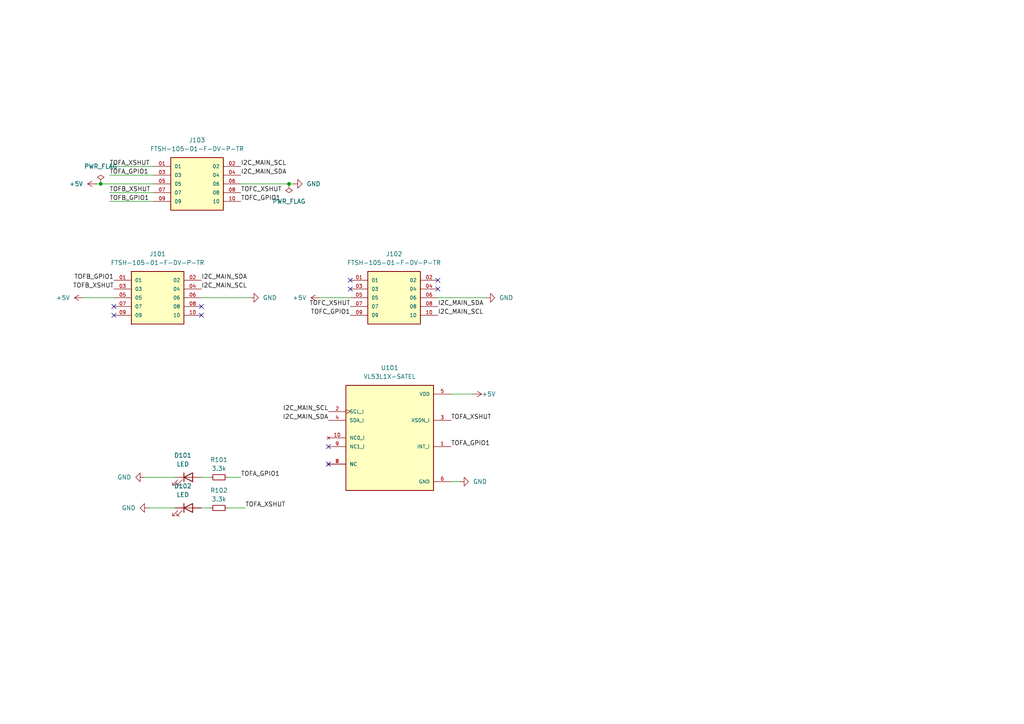
<source format=kicad_sch>
(kicad_sch (version 20231120) (generator "eeschema") (generator_version "8.0")
  (paper "A4")
  (lib_symbols
    (symbol "74xGxx:FTSH-105-01-F-DV-P-TR" (pin_names (offset 1.016))
      (property "Reference" "J" (at -8.12 7.62 0))
      (property "Value" "FTSH-105-01-F-DV-P-TR" (at -7.62 -10.16 0))
      (symbol "FTSH-105-01-F-DV-P-TR_0_0"
        (rectangle (start -7.62 -7.62) (end 7.62 7.62) (stroke (width 0.254)) (fill (type background)))
        (pin passive line (at -12.7 5.08 0) (length 5.08) (name "01") (number "01"))
        (pin passive line (at 12.7 5.08 180) (length 5.08) (name "02") (number "02"))
        (pin passive line (at -12.7 2.54 0) (length 5.08) (name "03") (number "03"))
        (pin passive line (at 12.7 2.54 180) (length 5.08) (name "04") (number "04"))
        (pin passive line (at -12.7 0 0) (length 5.08) (name "05") (number "05"))
        (pin passive line (at 12.7 0 180) (length 5.08) (name "06") (number "06"))
        (pin passive line (at -12.7 -2.54 0) (length 5.08) (name "07") (number "07"))
        (pin passive line (at 12.7 -2.54 180) (length 5.08) (name "08") (number "08"))
        (pin passive line (at -12.7 -5.08 0) (length 5.08) (name "09") (number "09"))
        (pin passive line (at 12.7 -5.08 180) (length 5.08) (name "10") (number "10"))
      )
    )
    (symbol "74xx:VL53L1X-SATEL" (pin_names (offset 1.016))
      (property "Reference" "U" (at -12.7 16.002 0))
      (property "Value" "VL53L1X-SATEL" (at -12.7 -17.78 0))
      (symbol "VL53L1X-SATEL_0_0"
        (rectangle (start -12.7 -15.24) (end 12.7 15.24) (stroke (width 0.254)) (fill (type background)))
        (pin output line (at 17.78 -2.54 180) (length 5.08) (name "INT_I") (number "1"))
        (pin no_connect line (at -17.78 0 0) (length 5.08) (name "NC0_I") (number "10"))
        (pin input clock (at -17.78 7.62 0) (length 5.08) (name "SCL_I") (number "2"))
        (pin input line (at 17.78 5.08 180) (length 5.08) (name "XSDN_I") (number "3"))
        (pin bidirectional line (at -17.78 5.08 0) (length 5.08) (name "SDA_I") (number "4"))
        (pin power_in line (at 17.78 12.7 180) (length 5.08) (name "VDD") (number "5"))
        (pin power_in line (at 17.78 -12.7 180) (length 5.08) (name "GND") (number "6"))
        (pin no_connect line (at -17.78 -7.62 0) (length 5.08) (name "NC") (number "7"))
        (pin no_connect line (at -17.78 -7.62 0) (length 5.08) (name "NC") (number "8"))
        (pin passive line (at -17.78 -2.54 0) (length 5.08) (name "NC1_I") (number "9"))
      )
    )
    (symbol "Device:LED" (pin_numbers hide) (pin_names (offset 1.016) hide)
      (property "Reference" "D" (at 0 2.54 0))
      (property "Value" "LED" (at 0 -2.54 0))
      (symbol "LED_0_1"
        (polyline (pts (xy -1.27 -1.27) (xy -1.27 1.27)) (stroke (width 0.254)))
        (polyline (pts (xy -1.27 0) (xy 1.27 0)))
        (polyline (pts (xy 1.27 -1.27) (xy 1.27 1.27) (xy -1.27 0) (xy 1.27 -1.27)) (stroke (width 0.254)))
        (polyline (pts (xy -3.048 -0.762) (xy -4.572 -2.286) (xy -3.81 -2.286) (xy -4.572 -2.286) (xy -4.572 -1.524)))
        (polyline (pts (xy -1.778 -0.762) (xy -3.302 -2.286) (xy -2.54 -2.286) (xy -3.302 -2.286) (xy -3.302 -1.524)))
      )
      (symbol "LED_1_1"
        (pin passive line (at -3.81 0 0) (length 2.54) (name "K") (number "1"))
        (pin passive line (at 3.81 0 180) (length 2.54) (name "A") (number "2"))
      )
    )
    (symbol "Device:R_Small" (pin_numbers hide) (pin_names (offset 0.254) hide)
      (property "Reference" "R" (at 0.762 0.508 0))
      (property "Value" "R_Small" (at 0.762 -1.016 0))
      (symbol "R_Small_0_1"
        (rectangle (start -0.762 1.778) (end 0.762 -1.778) (stroke (width 0.2032)))
      )
      (symbol "R_Small_1_1"
        (pin passive line (at 0 2.54 270) (length 0.762) (name "~") (number "1"))
        (pin passive line (at 0 -2.54 90) (length 0.762) (name "~") (number "2"))
      )
    )
    (symbol "power:+5V" (power) (pin_numbers hide) (pin_names (offset 0) hide)
      (property "Value" "+5V" (at 0 3.556 0))
      (symbol "+5V_0_1"
        (polyline (pts (xy -0.762 1.27) (xy 0 2.54)))
        (polyline (pts (xy 0 0) (xy 0 2.54)))
        (polyline (pts (xy 0 2.54) (xy 0.762 1.27)))
      )
      (symbol "+5V_1_1"
        (pin power_in line (at 0 0 90) (length 0) (name "~") (number "1"))
      )
    )
    (symbol "power:GND" (power) (pin_numbers hide) (pin_names (offset 0) hide)
      (property "Value" "GND" (at 0 -3.81 0))
      (symbol "GND_0_1"
        (polyline (pts (xy 0 0) (xy 0 -1.27) (xy 1.27 -1.27) (xy 0 -2.54) (xy -1.27 -1.27) (xy 0 -1.27)))
      )
      (symbol "GND_1_1"
        (pin power_in line (at 0 0 270) (length 0) (name "~") (number "1"))
      )
    )
    (symbol "power:PWR_FLAG" (power) (pin_numbers hide) (pin_names (offset 0) hide)
      (property "Value" "PWR_FLAG" (at 0 3.81 0))
      (symbol "PWR_FLAG_0_0"
        (pin power_out line (at 0 0 90) (length 0) (name "~") (number "1"))
      )
      (symbol "PWR_FLAG_0_1"
        (polyline (pts (xy 0 0) (xy 0 1.27) (xy -1.016 1.905) (xy 0 2.54) (xy 1.016 1.905) (xy 0 1.27)))
      )
    )
  )
  (junction (at 29.21 53.34))
  (junction (at 83.82 53.34))
  (no_connect (at 127 83.82))
  (no_connect (at 33.02 91.44))
  (no_connect (at 58.42 91.44))
  (no_connect (at 33.02 88.9))
  (no_connect (at 58.42 88.9))
  (no_connect (at 95.25 129.54))
  (no_connect (at 101.6 83.82))
  (no_connect (at 95.25 134.62))
  (no_connect (at 101.6 81.28))
  (no_connect (at 127 81.28))
  (wire (pts (xy 83.82 53.34) (xy 85.09 53.34)))
  (wire (pts (xy 66.04 138.43) (xy 69.85 138.43)))
  (wire (pts (xy 66.04 147.32) (xy 71.12 147.32)))
  (wire (pts (xy 31.75 58.42) (xy 44.45 58.42)))
  (wire (pts (xy 43.18 147.32) (xy 50.8 147.32)))
  (wire (pts (xy 130.81 114.3) (xy 137.16 114.3)))
  (wire (pts (xy 31.75 48.26) (xy 44.45 48.26)))
  (wire (pts (xy 31.75 55.88) (xy 44.45 55.88)))
  (wire (pts (xy 41.91 138.43) (xy 50.8 138.43)))
  (wire (pts (xy 58.42 138.43) (xy 60.96 138.43)))
  (wire (pts (xy 58.42 86.36) (xy 72.39 86.36)))
  (wire (pts (xy 92.71 86.36) (xy 101.6 86.36)))
  (wire (pts (xy 31.75 50.8) (xy 44.45 50.8)))
  (wire (pts (xy 69.85 53.34) (xy 83.82 53.34)))
  (wire (pts (xy 130.81 139.7) (xy 133.35 139.7)))
  (wire (pts (xy 24.13 86.36) (xy 33.02 86.36)))
  (wire (pts (xy 58.42 147.32) (xy 60.96 147.32)))
  (wire (pts (xy 27.94 53.34) (xy 29.21 53.34)))
  (wire (pts (xy 29.21 53.34) (xy 44.45 53.34)))
  (wire (pts (xy 127 86.36) (xy 140.97 86.36)))
  (label "TOFA_XSHUT" (at 71.12 147.32 0))
  (label "I2C_MAIN_SCL" (at 69.85 48.26 0))
  (label "TOFC_XSHUT" (at 69.85 55.88 0))
  (label "TOFB_XSHUT" (at 31.75 55.88 0))
  (label "I2C_MAIN_SDA" (at 58.42 81.28 0))
  (label "TOFB_GPIO1" (at 31.75 58.42 0))
  (label "TOFC_GPIO1" (at 101.6 91.44 180))
  (label "TOFC_XSHUT" (at 101.6 88.9 180))
  (label "TOFA_GPIO1" (at 130.81 129.54 0))
  (label "TOFC_GPIO1" (at 69.85 58.42 0))
  (label "I2C_MAIN_SDA" (at 95.25 121.92 180))
  (label "TOFB_XSHUT" (at 33.02 83.82 180))
  (label "TOFA_XSHUT" (at 31.75 48.26 0))
  (label "I2C_MAIN_SDA" (at 69.85 50.8 0))
  (label "I2C_MAIN_SCL" (at 127 91.44 0))
  (label "TOFA_GPIO1" (at 31.75 50.8 0))
  (label "TOFA_XSHUT" (at 130.81 121.92 0))
  (label "TOFB_GPIO1" (at 33.02 81.28 180))
  (label "I2C_MAIN_SDA" (at 127 88.9 0))
  (label "TOFA_GPIO1" (at 69.85 138.43 0))
  (label "I2C_MAIN_SCL" (at 58.42 83.82 0))
  (label "I2C_MAIN_SCL" (at 95.25 119.38 180))
  (symbol (lib_id "74xGxx:FTSH-105-01-F-DV-P-TR") (at 45.72 86.36 0) (unit 1)
    (property "Reference" "J101" (at 45.72 73.66 0))
    (property "Value" "FTSH-105-01-F-DV-P-TR" (at 45.72 76.2 0))
    (property "Footprint" "TJ:SAMTEC_FTSH-105-01-F-DV-P-TR" (effects (hide yes)))
    (property "PARTREV" "R" (effects (hide yes)))
    (property "MANUFACTURER" "Samtec" (effects (hide yes)))
    (property "STANDARD" "Manufacturer Recommendations" (effects (hide yes)))
  )
  (symbol (lib_id "power:+5V") (at 137.16 114.3 270) (unit 1)
    (property "Reference" "#PWR0110" (effects (hide yes)))
    (property "Value" "+5V" (at 139.7 114.3 90) (effects (justify left)))
    (property "Description" "Power symbol creates a global label with name \"+5V\"" (effects (hide yes)))
  )
  (symbol (lib_id "Device:LED") (at 54.61 147.32 0) (unit 1)
    (property "Reference" "D102" (at 53.0225 140.97 0))
    (property "Value" "LED" (at 53.0225 143.51 0))
    (property "Footprint" "LED_SMD:LED_0603_1608Metric_Pad1.05x0.95mm_HandSolder" (effects (hide yes)))
    (property "Description" "Light emitting diode" (effects (hide yes)))
  )
  (symbol (lib_id "74xGxx:FTSH-105-01-F-DV-P-TR") (at 114.3 86.36 0) (unit 1)
    (property "Reference" "J102" (at 114.3 73.66 0))
    (property "Value" "FTSH-105-01-F-DV-P-TR" (at 114.3 76.2 0))
    (property "Footprint" "TJ:SAMTEC_FTSH-105-01-F-DV-P-TR" (effects (hide yes)))
    (property "PARTREV" "R" (effects (hide yes)))
    (property "MANUFACTURER" "Samtec" (effects (hide yes)))
    (property "STANDARD" "Manufacturer Recommendations" (effects (hide yes)))
  )
  (symbol (lib_id "power:GND") (at 133.35 139.7 90) (unit 1)
    (property "Reference" "#PWR0111" (effects (hide yes)))
    (property "Value" "GND" (at 137.16 139.6999 90) (effects (justify right)))
    (property "Description" "Power symbol creates a global label with name \"GND\" , ground" (effects (hide yes)))
  )
  (symbol (lib_id "power:PWR_FLAG") (at 29.21 53.34 0) (unit 1)
    (property "Reference" "#FLG0101" (effects (hide yes)))
    (property "Value" "PWR_FLAG" (at 29.21 48.26 0))
    (property "Description" "Special symbol for telling ERC where power comes from" (effects (hide yes)))
  )
  (symbol (lib_id "power:GND") (at 140.97 86.36 90) (unit 1)
    (property "Reference" "#PWR0108" (effects (hide yes)))
    (property "Value" "GND" (at 144.78 86.3599 90) (effects (justify right)))
    (property "Description" "Power symbol creates a global label with name \"GND\" , ground" (effects (hide yes)))
  )
  (symbol (lib_id "power:GND") (at 72.39 86.36 90) (unit 1)
    (property "Reference" "#PWR0106" (effects (hide yes)))
    (property "Value" "GND" (at 76.2 86.3599 90) (effects (justify right)))
    (property "Description" "Power symbol creates a global label with name \"GND\" , ground" (effects (hide yes)))
  )
  (symbol (lib_id "Device:R_Small") (at 63.5 138.43 90) (unit 1)
    (property "Reference" "R101" (at 63.5 133.35 90))
    (property "Value" "3.3k" (at 63.5 135.89 90))
    (property "Footprint" "Resistor_SMD:R_0402_1005Metric_Pad0.72x0.64mm_HandSolder" (effects (hide yes)))
    (property "Description" "Resistor, small symbol" (effects (hide yes)))
  )
  (symbol (lib_id "power:+5V") (at 24.13 86.36 90) (unit 1)
    (property "Reference" "#PWR0105" (effects (hide yes)))
    (property "Value" "+5V" (at 20.32 86.3599 90) (effects (justify left)))
    (property "Description" "Power symbol creates a global label with name \"+5V\"" (effects (hide yes)))
  )
  (symbol (lib_id "74xGxx:FTSH-105-01-F-DV-P-TR") (at 57.15 53.34 0) (unit 1)
    (property "Reference" "J103" (at 57.15 40.64 0))
    (property "Value" "FTSH-105-01-F-DV-P-TR" (at 57.15 43.18 0))
    (property "Footprint" "TJ:SAMTEC_FTSH-105-01-F-DV-P-TR" (effects (hide yes)))
    (property "PARTREV" "R" (effects (hide yes)))
    (property "MANUFACTURER" "Samtec" (effects (hide yes)))
    (property "STANDARD" "Manufacturer Recommendations" (effects (hide yes)))
  )
  (symbol (lib_id "Device:R_Small") (at 63.5 147.32 90) (unit 1)
    (property "Reference" "R102" (at 63.5 142.24 90))
    (property "Value" "3.3k" (at 63.5 144.78 90))
    (property "Footprint" "Resistor_SMD:R_0402_1005Metric_Pad0.72x0.64mm_HandSolder" (effects (hide yes)))
    (property "Description" "Resistor, small symbol" (effects (hide yes)))
  )
  (symbol (lib_id "Device:LED") (at 54.61 138.43 0) (unit 1)
    (property "Reference" "D101" (at 53.0225 132.08 0))
    (property "Value" "LED" (at 53.0225 134.62 0))
    (property "Footprint" "LED_SMD:LED_0603_1608Metric_Pad1.05x0.95mm_HandSolder" (effects (hide yes)))
    (property "Description" "Light emitting diode" (effects (hide yes)))
  )
  (symbol (lib_id "74xx:VL53L1X-SATEL") (at 113.03 127 0) (unit 1)
    (property "Reference" "U101" (at 113.03 106.68 0))
    (property "Value" "VL53L1X-SATEL" (at 113.03 109.22 0))
    (property "Footprint" "VL53L1X-SATEL:MODULE_VL53L1X-SATEL" (effects (hide yes)))
  )
  (symbol (lib_id "power:+5V") (at 27.94 53.34 90) (unit 1)
    (property "Reference" "#PWR0102" (effects (hide yes)))
    (property "Value" "+5V" (at 24.13 53.3399 90) (effects (justify left)))
    (property "Description" "Power symbol creates a global label with name \"+5V\"" (effects (hide yes)))
  )
  (symbol (lib_id "power:+5V") (at 92.71 86.36 90) (unit 1)
    (property "Reference" "#PWR0107" (effects (hide yes)))
    (property "Value" "+5V" (at 88.9 86.3599 90) (effects (justify left)))
    (property "Description" "Power symbol creates a global label with name \"+5V\"" (effects (hide yes)))
  )
  (symbol (lib_id "power:PWR_FLAG") (at 83.82 53.34 180) (unit 1)
    (property "Reference" "#FLG0102" (effects (hide yes)))
    (property "Value" "PWR_FLAG" (at 83.82 58.42 0))
    (property "Description" "Special symbol for telling ERC where power comes from" (effects (hide yes)))
  )
  (symbol (lib_id "power:GND") (at 41.91 138.43 270) (unit 1)
    (property "Reference" "#PWR0104" (effects (hide yes)))
    (property "Value" "GND" (at 38.1 138.4299 90) (effects (justify right)))
    (property "Description" "Power symbol creates a global label with name \"GND\" , ground" (effects (hide yes)))
  )
  (symbol (lib_id "power:GND") (at 43.18 147.32 270) (unit 1)
    (property "Reference" "#PWR0103" (effects (hide yes)))
    (property "Value" "GND" (at 39.37 147.3199 90) (effects (justify right)))
    (property "Description" "Power symbol creates a global label with name \"GND\" , ground" (effects (hide yes)))
  )
  (symbol (lib_id "power:GND") (at 85.09 53.34 90) (unit 1)
    (property "Reference" "#PWR0101" (effects (hide yes)))
    (property "Value" "GND" (at 88.9 53.3399 90) (effects (justify right)))
    (property "Description" "Power symbol creates a global label with name \"GND\" , ground" (effects (hide yes)))
  )
)
</source>
